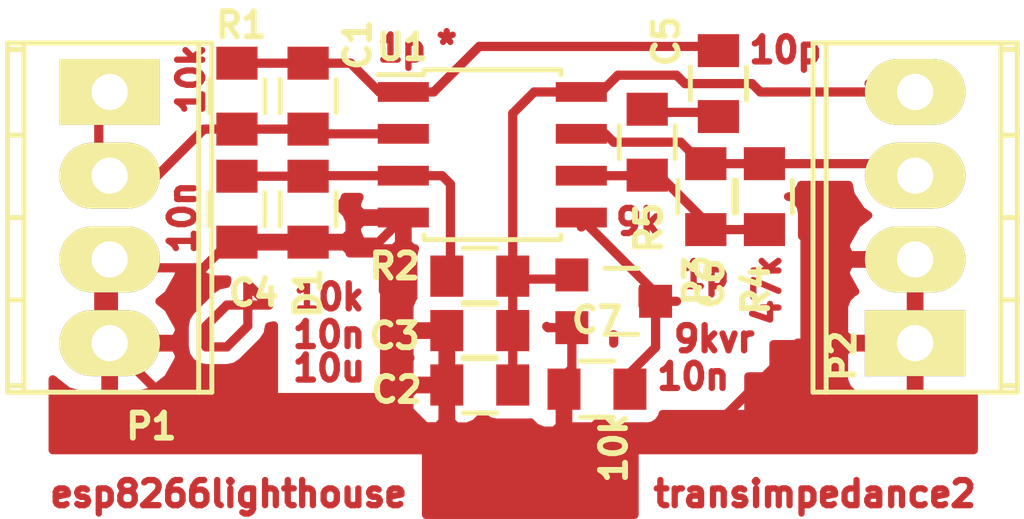
<source format=kicad_pcb>
(kicad_pcb (version 4) (host pcbnew 4.0.2+dfsg1-stable)

  (general
    (links 34)
    (no_connects 0)
    (area 35.839799 30.9245 67.487401 46.233442)
    (thickness 1.6)
    (drawings 15)
    (tracks 106)
    (zones 0)
    (modules 16)
    (nets 10)
  )

  (page User 134.62 134.62)
  (layers
    (0 F.Cu signal)
    (31 B.Cu signal)
    (32 B.Adhes user)
    (33 F.Adhes user)
    (34 B.Paste user)
    (35 F.Paste user)
    (36 B.SilkS user)
    (37 F.SilkS user)
    (38 B.Mask user)
    (39 F.Mask user)
    (40 Dwgs.User user)
    (41 Cmts.User user)
    (42 Eco1.User user)
    (43 Eco2.User user)
    (44 Edge.Cuts user)
    (45 Margin user)
    (46 B.CrtYd user)
    (47 F.CrtYd user)
    (48 B.Fab user)
    (49 F.Fab user)
  )

  (setup
    (last_trace_width 0.2794)
    (trace_clearance 0.2794)
    (zone_clearance 0.381)
    (zone_45_only no)
    (trace_min 0.2)
    (segment_width 0.2)
    (edge_width 0.15)
    (via_size 0.6)
    (via_drill 0.4)
    (via_min_size 0.4)
    (via_min_drill 0.3)
    (uvia_size 0.3)
    (uvia_drill 0.1)
    (uvias_allowed no)
    (uvia_min_size 0)
    (uvia_min_drill 0)
    (pcb_text_width 0.3)
    (pcb_text_size 0.762 0.762)
    (mod_edge_width 0.15)
    (mod_text_size 0.762 0.762)
    (mod_text_width 0.1778)
    (pad_size 1.99898 3.048)
    (pad_drill 1.09728)
    (pad_to_mask_clearance 0.2)
    (aux_axis_origin 0 0)
    (grid_origin 55.88 41.275)
    (visible_elements FFFFFF7F)
    (pcbplotparams
      (layerselection 0x00000_00000001)
      (usegerberextensions false)
      (excludeedgelayer false)
      (linewidth 0.100000)
      (plotframeref false)
      (viasonmask false)
      (mode 1)
      (useauxorigin false)
      (hpglpennumber 1)
      (hpglpenspeed 20)
      (hpglpendiameter 15)
      (hpglpenoverlay 2)
      (psnegative false)
      (psa4output false)
      (plotreference true)
      (plotvalue true)
      (plotinvisibletext false)
      (padsonsilk false)
      (subtractmaskfromsilk false)
      (outputformat 2)
      (mirror false)
      (drillshape 0)
      (scaleselection 1)
      (outputdirectory ""))
  )

  (net 0 "")
  (net 1 "Net-(C1-Pad1)")
  (net 2 "Net-(C1-Pad2)")
  (net 3 +3V3)
  (net 4 GND)
  (net 5 VG1)
  (net 6 "Net-(C5-Pad1)")
  (net 7 "Net-(C6-Pad1)")
  (net 8 "Net-(C6-Pad2)")
  (net 9 "Net-(C7-Pad2)")

  (net_class Default "This is the default net class."
    (clearance 0.2794)
    (trace_width 0.2794)
    (via_dia 0.6)
    (via_drill 0.4)
    (uvia_dia 0.3)
    (uvia_drill 0.1)
    (add_net +3V3)
    (add_net GND)
    (add_net "Net-(C1-Pad1)")
    (add_net "Net-(C1-Pad2)")
    (add_net "Net-(C5-Pad1)")
    (add_net "Net-(C6-Pad1)")
    (add_net "Net-(C6-Pad2)")
    (add_net "Net-(C7-Pad2)")
    (add_net VG1)
  )

  (module C_0805 (layer F.Cu) (tedit 58DE8A81) (tstamp 58E0B6B1)
    (at 45.466 34.163 270)
    (descr "Capacitor SMD 0805, reflow soldering, AVX (see smccp.pdf)")
    (tags "capacitor 0805")
    (path /58DD3BE8)
    (attr smd)
    (fp_text reference C1 (at -1.563 -1.504 270) (layer F.SilkS)
      (effects (font (size 0.762 0.762) (thickness 0.1778)))
    )
    (fp_text value .1p (at 0.00508 0.03048 270) (layer F.Fab)
      (effects (font (size 0.762 0.762) (thickness 0.1778)))
    )
    (fp_line (start -1.8 -1) (end 1.8 -1) (layer F.CrtYd) (width 0.05))
    (fp_line (start -1.8 1) (end 1.8 1) (layer F.CrtYd) (width 0.05))
    (fp_line (start -1.8 -1) (end -1.8 1) (layer F.CrtYd) (width 0.05))
    (fp_line (start 1.8 -1) (end 1.8 1) (layer F.CrtYd) (width 0.05))
    (fp_line (start 0.5 -0.85) (end -0.5 -0.85) (layer F.SilkS) (width 0.15))
    (fp_line (start -0.5 0.85) (end 0.5 0.85) (layer F.SilkS) (width 0.15))
    (pad 1 smd rect (at -1 0 270) (size 1 1.25) (layers F.Cu F.Paste F.Mask)
      (net 1 "Net-(C1-Pad1)"))
    (pad 2 smd rect (at 1 0 270) (size 1 1.25) (layers F.Cu F.Paste F.Mask)
      (net 2 "Net-(C1-Pad2)"))
    (model Capacitors_SMD.3dshapes/C_0805.wrl
      (at (xyz 0 0 0))
      (scale (xyz 1 1 1))
      (rotate (xyz 0 0 0))
    )
  )

  (module C_0805 (layer F.Cu) (tedit 58DE8A5F) (tstamp 58E0B6BD)
    (at 50.673 42.926 180)
    (descr "Capacitor SMD 0805, reflow soldering, AVX (see smccp.pdf)")
    (tags "capacitor 0805")
    (path /58DD4042)
    (attr smd)
    (fp_text reference C2 (at 2.525 -0.144 180) (layer F.SilkS)
      (effects (font (size 0.762 0.762) (thickness 0.1778)))
    )
    (fp_text value 10u (at 0 -0.02032 180) (layer F.Fab)
      (effects (font (size 0.762 0.762) (thickness 0.1778)))
    )
    (fp_line (start -1.8 -1) (end 1.8 -1) (layer F.CrtYd) (width 0.05))
    (fp_line (start -1.8 1) (end 1.8 1) (layer F.CrtYd) (width 0.05))
    (fp_line (start -1.8 -1) (end -1.8 1) (layer F.CrtYd) (width 0.05))
    (fp_line (start 1.8 -1) (end 1.8 1) (layer F.CrtYd) (width 0.05))
    (fp_line (start 0.5 -0.85) (end -0.5 -0.85) (layer F.SilkS) (width 0.15))
    (fp_line (start -0.5 0.85) (end 0.5 0.85) (layer F.SilkS) (width 0.15))
    (pad 1 smd rect (at -1 0 180) (size 1 1.25) (layers F.Cu F.Paste F.Mask)
      (net 3 +3V3))
    (pad 2 smd rect (at 1 0 180) (size 1 1.25) (layers F.Cu F.Paste F.Mask)
      (net 4 GND))
    (model Capacitors_SMD.3dshapes/C_0805.wrl
      (at (xyz 0 0 0))
      (scale (xyz 1 1 1))
      (rotate (xyz 0 0 0))
    )
  )

  (module C_0805 (layer F.Cu) (tedit 58DE8A65) (tstamp 58E0B6C9)
    (at 50.673 41.275 180)
    (descr "Capacitor SMD 0805, reflow soldering, AVX (see smccp.pdf)")
    (tags "capacitor 0805")
    (path /58DD40AE)
    (attr smd)
    (fp_text reference C3 (at 2.585 -0.162 180) (layer F.SilkS)
      (effects (font (size 0.762 0.762) (thickness 0.1778)))
    )
    (fp_text value 10n (at 0.12192 0.02032 180) (layer F.Fab)
      (effects (font (size 0.762 0.762) (thickness 0.1778)))
    )
    (fp_line (start -1.8 -1) (end 1.8 -1) (layer F.CrtYd) (width 0.05))
    (fp_line (start -1.8 1) (end 1.8 1) (layer F.CrtYd) (width 0.05))
    (fp_line (start -1.8 -1) (end -1.8 1) (layer F.CrtYd) (width 0.05))
    (fp_line (start 1.8 -1) (end 1.8 1) (layer F.CrtYd) (width 0.05))
    (fp_line (start 0.5 -0.85) (end -0.5 -0.85) (layer F.SilkS) (width 0.15))
    (fp_line (start -0.5 0.85) (end 0.5 0.85) (layer F.SilkS) (width 0.15))
    (pad 1 smd rect (at -1 0 180) (size 1 1.25) (layers F.Cu F.Paste F.Mask)
      (net 3 +3V3))
    (pad 2 smd rect (at 1 0 180) (size 1 1.25) (layers F.Cu F.Paste F.Mask)
      (net 4 GND))
    (model Capacitors_SMD.3dshapes/C_0805.wrl
      (at (xyz 0 0 0))
      (scale (xyz 1 1 1))
      (rotate (xyz 0 0 0))
    )
  )

  (module TerminalBlock_Pheonix_MPT-2.54mm_4pol (layer F.Cu) (tedit 58DD6B3A) (tstamp 58E0B6F8)
    (at 39.4462 34.036 270)
    (descr "4-way 2.54mm pitch terminal block, Phoenix MPT series")
    (path /58DD428A)
    (fp_text reference P1 (at 10.14476 -1.26492 540) (layer F.SilkS)
      (effects (font (size 0.762 0.762) (thickness 0.1778)))
    )
    (fp_text value CONN_01X04 (at 5.31876 0.18288 270) (layer F.Fab)
      (effects (font (size 0.762 0.762) (thickness 0.1778)))
    )
    (fp_line (start -1.778 -3.302) (end 9.398 -3.302) (layer F.CrtYd) (width 0.05))
    (fp_line (start -1.778 3.302) (end -1.778 -3.302) (layer F.CrtYd) (width 0.05))
    (fp_line (start 9.398 3.302) (end -1.778 3.302) (layer F.CrtYd) (width 0.05))
    (fp_line (start 9.398 -3.302) (end 9.398 3.302) (layer F.CrtYd) (width 0.05))
    (fp_line (start 9.11098 -3.0988) (end -1.49098 -3.0988) (layer F.SilkS) (width 0.15))
    (fp_line (start -1.49098 -2.70002) (end 9.11098 -2.70002) (layer F.SilkS) (width 0.15))
    (fp_line (start -1.49098 2.60096) (end 9.11098 2.60096) (layer F.SilkS) (width 0.15))
    (fp_line (start 9.11098 3.0988) (end -1.49098 3.0988) (layer F.SilkS) (width 0.15))
    (fp_line (start 6.30682 2.60096) (end 6.30682 3.0988) (layer F.SilkS) (width 0.15))
    (fp_line (start 3.81 2.60096) (end 3.81 3.0988) (layer F.SilkS) (width 0.15))
    (fp_line (start -1.28778 3.0988) (end -1.28778 2.60096) (layer F.SilkS) (width 0.15))
    (fp_line (start 8.91032 2.60096) (end 8.91032 3.0988) (layer F.SilkS) (width 0.15))
    (fp_line (start 1.31318 3.0988) (end 1.31318 2.60096) (layer F.SilkS) (width 0.15))
    (fp_line (start 9.10844 3.0988) (end 9.10844 -3.0988) (layer F.SilkS) (width 0.15))
    (fp_line (start -1.4859 -3.0988) (end -1.4859 3.0988) (layer F.SilkS) (width 0.15))
    (pad 4 thru_hole oval (at 7.62 0 90) (size 1.99898 3.048) (drill 1.09728) (layers *.Cu *.Mask F.SilkS)
      (net 4 GND))
    (pad 1 thru_hole rect (at 0 0 90) (size 1.99898 3.048) (drill 1.09728) (layers *.Cu *.Mask F.SilkS)
      (net 2 "Net-(C1-Pad2)"))
    (pad 2 thru_hole oval (at 2.54 0 90) (size 1.99898 3.048) (drill 1.09728) (layers *.Cu *.Mask F.SilkS)
      (net 2 "Net-(C1-Pad2)"))
    (pad 3 thru_hole oval (at 5.08 0 90) (size 1.99898 3.048) (drill 1.09728) (layers *.Cu *.Mask F.SilkS)
      (net 4 GND))
    (model Terminal_Blocks.3dshapes/TerminalBlock_Pheonix_MPT-2.54mm_4pol.wrl
      (at (xyz 0.15 0 0))
      (scale (xyz 1 1 1))
      (rotate (xyz 0 0 0))
    )
  )

  (module TerminalBlock_Pheonix_MPT-2.54mm_4pol (layer F.Cu) (tedit 58DE8A6A) (tstamp 58E0B70F)
    (at 63.881 41.656 90)
    (descr "4-way 2.54mm pitch terminal block, Phoenix MPT series")
    (path /58DD50F7)
    (fp_text reference P2 (at -0.384 -2.208 90) (layer F.SilkS)
      (effects (font (size 0.762 0.762) (thickness 0.1778)))
    )
    (fp_text value CONN_01X04 (at 4.2418 0.03556 90) (layer F.Fab)
      (effects (font (size 0.762 0.762) (thickness 0.1778)))
    )
    (fp_line (start -1.778 -3.302) (end 9.398 -3.302) (layer F.CrtYd) (width 0.05))
    (fp_line (start -1.778 3.302) (end -1.778 -3.302) (layer F.CrtYd) (width 0.05))
    (fp_line (start 9.398 3.302) (end -1.778 3.302) (layer F.CrtYd) (width 0.05))
    (fp_line (start 9.398 -3.302) (end 9.398 3.302) (layer F.CrtYd) (width 0.05))
    (fp_line (start 9.11098 -3.0988) (end -1.49098 -3.0988) (layer F.SilkS) (width 0.15))
    (fp_line (start -1.49098 -2.70002) (end 9.11098 -2.70002) (layer F.SilkS) (width 0.15))
    (fp_line (start -1.49098 2.60096) (end 9.11098 2.60096) (layer F.SilkS) (width 0.15))
    (fp_line (start 9.11098 3.0988) (end -1.49098 3.0988) (layer F.SilkS) (width 0.15))
    (fp_line (start 6.30682 2.60096) (end 6.30682 3.0988) (layer F.SilkS) (width 0.15))
    (fp_line (start 3.81 2.60096) (end 3.81 3.0988) (layer F.SilkS) (width 0.15))
    (fp_line (start -1.28778 3.0988) (end -1.28778 2.60096) (layer F.SilkS) (width 0.15))
    (fp_line (start 8.91032 2.60096) (end 8.91032 3.0988) (layer F.SilkS) (width 0.15))
    (fp_line (start 1.31318 3.0988) (end 1.31318 2.60096) (layer F.SilkS) (width 0.15))
    (fp_line (start 9.10844 3.0988) (end 9.10844 -3.0988) (layer F.SilkS) (width 0.15))
    (fp_line (start -1.4859 -3.0988) (end -1.4859 3.0988) (layer F.SilkS) (width 0.15))
    (pad 4 thru_hole oval (at 7.62 0 270) (size 1.99898 3.048) (drill 1.09728) (layers *.Cu *.Mask F.SilkS)
      (net 3 +3V3))
    (pad 1 thru_hole rect (at 0 0 270) (size 1.99898 3.048) (drill 1.09728) (layers *.Cu *.Mask F.SilkS)
      (net 4 GND))
    (pad 2 thru_hole oval (at 2.54 0 270) (size 1.99898 3.048) (drill 1.09728) (layers *.Cu *.Mask F.SilkS)
      (net 4 GND))
    (pad 3 thru_hole oval (at 5.08 0 270) (size 1.99898 3.048) (drill 1.09728) (layers *.Cu *.Mask F.SilkS)
      (net 7 "Net-(C6-Pad1)"))
    (model Terminal_Blocks.3dshapes/TerminalBlock_Pheonix_MPT-2.54mm_4pol.wrl
      (at (xyz 0.15 0 0))
      (scale (xyz 1 1 1))
      (rotate (xyz 0 0 0))
    )
  )

  (module C_0805 (layer F.Cu) (tedit 58DE9362) (tstamp 58E0B71B)
    (at 43.307 34.163 270)
    (descr "Capacitor SMD 0805, reflow soldering, AVX (see smccp.pdf)")
    (tags "capacitor 0805")
    (path /58DD3BB5)
    (attr smd)
    (fp_text reference R1 (at -2.159 -0.127 360) (layer F.SilkS)
      (effects (font (size 0.762 0.762) (thickness 0.1778)))
    )
    (fp_text value 22k (at -0.15748 0.10668 270) (layer F.Fab)
      (effects (font (size 0.762 0.762) (thickness 0.1778)))
    )
    (fp_line (start -1.8 -1) (end 1.8 -1) (layer F.CrtYd) (width 0.05))
    (fp_line (start -1.8 1) (end 1.8 1) (layer F.CrtYd) (width 0.05))
    (fp_line (start -1.8 -1) (end -1.8 1) (layer F.CrtYd) (width 0.05))
    (fp_line (start 1.8 -1) (end 1.8 1) (layer F.CrtYd) (width 0.05))
    (fp_line (start 0.5 -0.85) (end -0.5 -0.85) (layer F.SilkS) (width 0.15))
    (fp_line (start -0.5 0.85) (end 0.5 0.85) (layer F.SilkS) (width 0.15))
    (pad 1 smd rect (at -1 0 270) (size 1 1.25) (layers F.Cu F.Paste F.Mask)
      (net 1 "Net-(C1-Pad1)"))
    (pad 2 smd rect (at 1 0 270) (size 1 1.25) (layers F.Cu F.Paste F.Mask)
      (net 2 "Net-(C1-Pad2)"))
    (model Capacitors_SMD.3dshapes/C_0805.wrl
      (at (xyz 0 0 0))
      (scale (xyz 1 1 1))
      (rotate (xyz 0 0 0))
    )
  )

  (module C_0805 (layer F.Cu) (tedit 58DE8A58) (tstamp 58E0B727)
    (at 50.673 39.624 180)
    (descr "Capacitor SMD 0805, reflow soldering, AVX (see smccp.pdf)")
    (tags "capacitor 0805")
    (path /58DD3F94)
    (attr smd)
    (fp_text reference R2 (at 2.583 0.302 180) (layer F.SilkS)
      (effects (font (size 0.762 0.762) (thickness 0.1778)))
    )
    (fp_text value 10k (at 0.01016 0.10668 180) (layer F.Fab)
      (effects (font (size 0.762 0.762) (thickness 0.1778)))
    )
    (fp_line (start -1.8 -1) (end 1.8 -1) (layer F.CrtYd) (width 0.05))
    (fp_line (start -1.8 1) (end 1.8 1) (layer F.CrtYd) (width 0.05))
    (fp_line (start -1.8 -1) (end -1.8 1) (layer F.CrtYd) (width 0.05))
    (fp_line (start 1.8 -1) (end 1.8 1) (layer F.CrtYd) (width 0.05))
    (fp_line (start 0.5 -0.85) (end -0.5 -0.85) (layer F.SilkS) (width 0.15))
    (fp_line (start -0.5 0.85) (end 0.5 0.85) (layer F.SilkS) (width 0.15))
    (pad 1 smd rect (at -1 0 180) (size 1 1.25) (layers F.Cu F.Paste F.Mask)
      (net 3 +3V3))
    (pad 2 smd rect (at 1 0 180) (size 1 1.25) (layers F.Cu F.Paste F.Mask)
      (net 5 VG1))
    (model Capacitors_SMD.3dshapes/C_0805.wrl
      (at (xyz 0 0 0))
      (scale (xyz 1 1 1))
      (rotate (xyz 0 0 0))
    )
  )

  (module SOIC-8_3.9x4.9mm_Pitch1.27mm (layer F.Cu) (tedit 58DE8A84) (tstamp 58E0B76E)
    (at 51.054 35.941)
    (descr "8-Lead Plastic Small Outline (SN) - Narrow, 3.90 mm Body [SOIC] (see Microchip Packaging Specification 00000049BS.pdf)")
    (tags "SOIC 1.27")
    (path /58DD3B39)
    (attr smd)
    (fp_text reference U1 (at -2.724 -3.271) (layer F.SilkS)
      (effects (font (size 0.762 0.762) (thickness 0.1778)))
    )
    (fp_text value DUALOPAMP (at -0.31496 1.27508) (layer F.Fab)
      (effects (font (size 0.762 0.762) (thickness 0.1778)))
    )
    (fp_line (start -3.75 -2.75) (end -3.75 2.75) (layer F.CrtYd) (width 0.05))
    (fp_line (start 3.75 -2.75) (end 3.75 2.75) (layer F.CrtYd) (width 0.05))
    (fp_line (start -3.75 -2.75) (end 3.75 -2.75) (layer F.CrtYd) (width 0.05))
    (fp_line (start -3.75 2.75) (end 3.75 2.75) (layer F.CrtYd) (width 0.05))
    (fp_line (start -2.075 -2.575) (end -2.075 -2.43) (layer F.SilkS) (width 0.15))
    (fp_line (start 2.075 -2.575) (end 2.075 -2.43) (layer F.SilkS) (width 0.15))
    (fp_line (start 2.075 2.575) (end 2.075 2.43) (layer F.SilkS) (width 0.15))
    (fp_line (start -2.075 2.575) (end -2.075 2.43) (layer F.SilkS) (width 0.15))
    (fp_line (start -2.075 -2.575) (end 2.075 -2.575) (layer F.SilkS) (width 0.15))
    (fp_line (start -2.075 2.575) (end 2.075 2.575) (layer F.SilkS) (width 0.15))
    (fp_line (start -2.075 -2.43) (end -3.475 -2.43) (layer F.SilkS) (width 0.15))
    (pad 1 smd rect (at -2.7 -1.905) (size 1.55 0.6) (layers F.Cu F.Paste F.Mask)
      (net 1 "Net-(C1-Pad1)"))
    (pad 2 smd rect (at -2.7 -0.635) (size 1.55 0.6) (layers F.Cu F.Paste F.Mask)
      (net 2 "Net-(C1-Pad2)"))
    (pad 3 smd rect (at -2.7 0.635) (size 1.55 0.6) (layers F.Cu F.Paste F.Mask)
      (net 5 VG1))
    (pad 4 smd rect (at -2.7 1.905) (size 1.55 0.6) (layers F.Cu F.Paste F.Mask)
      (net 4 GND))
    (pad 5 smd rect (at 2.7 1.905) (size 1.55 0.6) (layers F.Cu F.Paste F.Mask)
      (net 9 "Net-(C7-Pad2)"))
    (pad 6 smd rect (at 2.7 0.635) (size 1.55 0.6) (layers F.Cu F.Paste F.Mask)
      (net 8 "Net-(C6-Pad2)"))
    (pad 7 smd rect (at 2.7 -0.635) (size 1.55 0.6) (layers F.Cu F.Paste F.Mask)
      (net 7 "Net-(C6-Pad1)"))
    (pad 8 smd rect (at 2.7 -1.905) (size 1.55 0.6) (layers F.Cu F.Paste F.Mask)
      (net 3 +3V3))
    (model Housings_SOIC.3dshapes/SOIC-8_3.9x4.9mm_Pitch1.27mm.wrl
      (at (xyz 0 0 0))
      (scale (xyz 1 1 1))
      (rotate (xyz 0 0 0))
    )
  )

  (module C_0805 (layer F.Cu) (tedit 58DD5BC8) (tstamp 58E0B7E8)
    (at 45.466 37.592 90)
    (descr "Capacitor SMD 0805, reflow soldering, AVX (see smccp.pdf)")
    (tags "capacitor 0805")
    (path /58DD3E79)
    (attr smd)
    (fp_text reference D1 (at -2.54 0 90) (layer F.SilkS)
      (effects (font (size 0.762 0.762) (thickness 0.1778)))
    )
    (fp_text value BLUE (at -0.22352 -0.17272 90) (layer F.Fab)
      (effects (font (size 0.762 0.762) (thickness 0.1778)))
    )
    (fp_line (start -1.8 -1) (end 1.8 -1) (layer F.CrtYd) (width 0.05))
    (fp_line (start -1.8 1) (end 1.8 1) (layer F.CrtYd) (width 0.05))
    (fp_line (start -1.8 -1) (end -1.8 1) (layer F.CrtYd) (width 0.05))
    (fp_line (start 1.8 -1) (end 1.8 1) (layer F.CrtYd) (width 0.05))
    (fp_line (start 0.5 -0.85) (end -0.5 -0.85) (layer F.SilkS) (width 0.15))
    (fp_line (start -0.5 0.85) (end 0.5 0.85) (layer F.SilkS) (width 0.15))
    (pad 1 smd rect (at -1 0 90) (size 1 1.25) (layers F.Cu F.Paste F.Mask)
      (net 4 GND))
    (pad 2 smd rect (at 1 0 90) (size 1 1.25) (layers F.Cu F.Paste F.Mask)
      (net 5 VG1))
    (model Capacitors_SMD.3dshapes/C_0805.wrl
      (at (xyz 0 0 0))
      (scale (xyz 1 1 1))
      (rotate (xyz 0 0 0))
    )
  )

  (module C_0805 (layer F.Cu) (tedit 58DE9365) (tstamp 58DE85CD)
    (at 43.307 37.592 270)
    (descr "Capacitor SMD 0805, reflow soldering, AVX (see smccp.pdf)")
    (tags "capacitor 0805")
    (path /58DE8341)
    (attr smd)
    (fp_text reference C4 (at 2.54 -0.508 360) (layer F.SilkS)
      (effects (font (size 0.762 0.762) (thickness 0.1778)))
    )
    (fp_text value 10n (at -0.078 0.267 270) (layer F.Fab)
      (effects (font (size 0.762 0.762) (thickness 0.1778)))
    )
    (fp_line (start -1.8 -1) (end 1.8 -1) (layer F.CrtYd) (width 0.05))
    (fp_line (start -1.8 1) (end 1.8 1) (layer F.CrtYd) (width 0.05))
    (fp_line (start -1.8 -1) (end -1.8 1) (layer F.CrtYd) (width 0.05))
    (fp_line (start 1.8 -1) (end 1.8 1) (layer F.CrtYd) (width 0.05))
    (fp_line (start 0.5 -0.85) (end -0.5 -0.85) (layer F.SilkS) (width 0.15))
    (fp_line (start -0.5 0.85) (end 0.5 0.85) (layer F.SilkS) (width 0.15))
    (pad 1 smd rect (at -1 0 270) (size 1 1.25) (layers F.Cu F.Paste F.Mask)
      (net 5 VG1))
    (pad 2 smd rect (at 1 0 270) (size 1 1.25) (layers F.Cu F.Paste F.Mask)
      (net 4 GND))
    (model Capacitors_SMD.3dshapes/C_0805.wrl
      (at (xyz 0 0 0))
      (scale (xyz 1 1 1))
      (rotate (xyz 0 0 0))
    )
  )

  (module C_0805 (layer F.Cu) (tedit 58DE8A73) (tstamp 58DE85D9)
    (at 57.912 33.782 90)
    (descr "Capacitor SMD 0805, reflow soldering, AVX (see smccp.pdf)")
    (tags "capacitor 0805")
    (path /58DE727D)
    (attr smd)
    (fp_text reference C5 (at 1.285 -1.582 90) (layer F.SilkS)
      (effects (font (size 0.762 0.762) (thickness 0.1778)))
    )
    (fp_text value 10p (at 0 2.1 90) (layer F.Fab)
      (effects (font (size 0.762 0.762) (thickness 0.1778)))
    )
    (fp_line (start -1.8 -1) (end 1.8 -1) (layer F.CrtYd) (width 0.05))
    (fp_line (start -1.8 1) (end 1.8 1) (layer F.CrtYd) (width 0.05))
    (fp_line (start -1.8 -1) (end -1.8 1) (layer F.CrtYd) (width 0.05))
    (fp_line (start 1.8 -1) (end 1.8 1) (layer F.CrtYd) (width 0.05))
    (fp_line (start 0.5 -0.85) (end -0.5 -0.85) (layer F.SilkS) (width 0.15))
    (fp_line (start -0.5 0.85) (end 0.5 0.85) (layer F.SilkS) (width 0.15))
    (pad 1 smd rect (at -1 0 90) (size 1 1.25) (layers F.Cu F.Paste F.Mask)
      (net 6 "Net-(C5-Pad1)"))
    (pad 2 smd rect (at 1 0 90) (size 1 1.25) (layers F.Cu F.Paste F.Mask)
      (net 1 "Net-(C1-Pad1)"))
    (model Capacitors_SMD.3dshapes/C_0805.wrl
      (at (xyz 0 0 0))
      (scale (xyz 1 1 1))
      (rotate (xyz 0 0 0))
    )
  )

  (module C_0805 (layer F.Cu) (tedit 58DE8A6F) (tstamp 58DE85E5)
    (at 57.531 37.211 270)
    (descr "Capacitor SMD 0805, reflow soldering, AVX (see smccp.pdf)")
    (tags "capacitor 0805")
    (path /58DE952B)
    (attr smd)
    (fp_text reference C6 (at 2.639 -0.139 270) (layer F.SilkS)
      (effects (font (size 0.762 0.762) (thickness 0.1778)))
    )
    (fp_text value 1p (at 0 -0.127 270) (layer F.Fab)
      (effects (font (size 0.762 0.762) (thickness 0.1778)))
    )
    (fp_line (start -1.8 -1) (end 1.8 -1) (layer F.CrtYd) (width 0.05))
    (fp_line (start -1.8 1) (end 1.8 1) (layer F.CrtYd) (width 0.05))
    (fp_line (start -1.8 -1) (end -1.8 1) (layer F.CrtYd) (width 0.05))
    (fp_line (start 1.8 -1) (end 1.8 1) (layer F.CrtYd) (width 0.05))
    (fp_line (start 0.5 -0.85) (end -0.5 -0.85) (layer F.SilkS) (width 0.15))
    (fp_line (start -0.5 0.85) (end 0.5 0.85) (layer F.SilkS) (width 0.15))
    (pad 1 smd rect (at -1 0 270) (size 1 1.25) (layers F.Cu F.Paste F.Mask)
      (net 7 "Net-(C6-Pad1)"))
    (pad 2 smd rect (at 1 0 270) (size 1 1.25) (layers F.Cu F.Paste F.Mask)
      (net 8 "Net-(C6-Pad2)"))
    (model Capacitors_SMD.3dshapes/C_0805.wrl
      (at (xyz 0 0 0))
      (scale (xyz 1 1 1))
      (rotate (xyz 0 0 0))
    )
  )

  (module C_0805 (layer F.Cu) (tedit 58DE8A6D) (tstamp 58DE85FD)
    (at 59.309 37.211 270)
    (descr "Capacitor SMD 0805, reflow soldering, AVX (see smccp.pdf)")
    (tags "capacitor 0805")
    (path /58DE7301)
    (attr smd)
    (fp_text reference R4 (at 2.819 0.259 270) (layer F.SilkS)
      (effects (font (size 0.762 0.762) (thickness 0.1778)))
    )
    (fp_text value 47k (at 0 -0.254 270) (layer F.Fab)
      (effects (font (size 0.762 0.762) (thickness 0.1778)))
    )
    (fp_line (start -1.8 -1) (end 1.8 -1) (layer F.CrtYd) (width 0.05))
    (fp_line (start -1.8 1) (end 1.8 1) (layer F.CrtYd) (width 0.05))
    (fp_line (start -1.8 -1) (end -1.8 1) (layer F.CrtYd) (width 0.05))
    (fp_line (start 1.8 -1) (end 1.8 1) (layer F.CrtYd) (width 0.05))
    (fp_line (start 0.5 -0.85) (end -0.5 -0.85) (layer F.SilkS) (width 0.15))
    (fp_line (start -0.5 0.85) (end 0.5 0.85) (layer F.SilkS) (width 0.15))
    (pad 1 smd rect (at -1 0 270) (size 1 1.25) (layers F.Cu F.Paste F.Mask)
      (net 7 "Net-(C6-Pad1)"))
    (pad 2 smd rect (at 1 0 270) (size 1 1.25) (layers F.Cu F.Paste F.Mask)
      (net 8 "Net-(C6-Pad2)"))
    (model Capacitors_SMD.3dshapes/C_0805.wrl
      (at (xyz 0 0 0))
      (scale (xyz 1 1 1))
      (rotate (xyz 0 0 0))
    )
  )

  (module C_0805 (layer F.Cu) (tedit 58DE8A76) (tstamp 58DE8609)
    (at 55.753 35.56 90)
    (descr "Capacitor SMD 0805, reflow soldering, AVX (see smccp.pdf)")
    (tags "capacitor 0805")
    (path /58DE73EA)
    (attr smd)
    (fp_text reference R5 (at -2.6 0.047 90) (layer F.SilkS)
      (effects (font (size 0.762 0.762) (thickness 0.1778)))
    )
    (fp_text value 10k (at 0.127 0 90) (layer F.Fab)
      (effects (font (size 0.762 0.762) (thickness 0.1778)))
    )
    (fp_line (start -1.8 -1) (end 1.8 -1) (layer F.CrtYd) (width 0.05))
    (fp_line (start -1.8 1) (end 1.8 1) (layer F.CrtYd) (width 0.05))
    (fp_line (start -1.8 -1) (end -1.8 1) (layer F.CrtYd) (width 0.05))
    (fp_line (start 1.8 -1) (end 1.8 1) (layer F.CrtYd) (width 0.05))
    (fp_line (start 0.5 -0.85) (end -0.5 -0.85) (layer F.SilkS) (width 0.15))
    (fp_line (start -0.5 0.85) (end 0.5 0.85) (layer F.SilkS) (width 0.15))
    (pad 1 smd rect (at -1 0 90) (size 1 1.25) (layers F.Cu F.Paste F.Mask)
      (net 8 "Net-(C6-Pad2)"))
    (pad 2 smd rect (at 1 0 90) (size 1 1.25) (layers F.Cu F.Paste F.Mask)
      (net 6 "Net-(C5-Pad1)"))
    (model Capacitors_SMD.3dshapes/C_0805.wrl
      (at (xyz 0 0 0))
      (scale (xyz 1 1 1))
      (rotate (xyz 0 0 0))
    )
  )

  (module C_0805 (layer F.Cu) (tedit 5415D6EA) (tstamp 58DE9222)
    (at 54.229 43.053)
    (descr "Capacitor SMD 0805, reflow soldering, AVX (see smccp.pdf)")
    (tags "capacitor 0805")
    (path /58DE9469)
    (attr smd)
    (fp_text reference C7 (at 0 -2.1) (layer F.SilkS)
      (effects (font (size 0.762 0.762) (thickness 0.1778)))
    )
    (fp_text value 10n (at 0 2.1) (layer F.Fab)
      (effects (font (size 0.762 0.762) (thickness 0.1778)))
    )
    (fp_line (start -1.8 -1) (end 1.8 -1) (layer F.CrtYd) (width 0.05))
    (fp_line (start -1.8 1) (end 1.8 1) (layer F.CrtYd) (width 0.05))
    (fp_line (start -1.8 -1) (end -1.8 1) (layer F.CrtYd) (width 0.05))
    (fp_line (start 1.8 -1) (end 1.8 1) (layer F.CrtYd) (width 0.05))
    (fp_line (start 0.5 -0.85) (end -0.5 -0.85) (layer F.SilkS) (width 0.15))
    (fp_line (start -0.5 0.85) (end 0.5 0.85) (layer F.SilkS) (width 0.15))
    (pad 1 smd rect (at -1 0) (size 1 1.25) (layers F.Cu F.Paste F.Mask)
      (net 4 GND))
    (pad 2 smd rect (at 1 0) (size 1 1.25) (layers F.Cu F.Paste F.Mask)
      (net 9 "Net-(C7-Pad2)"))
    (model Capacitors_SMD.3dshapes/C_0805.wrl
      (at (xyz 0 0 0))
      (scale (xyz 1 1 1))
      (rotate (xyz 0 0 0))
    )
  )

  (module TRIMMER-PVZ2A (layer F.Cu) (tedit 0) (tstamp 58E04AAB)
    (at 53.467 40.386 270)
    (path /58DE92DB)
    (fp_text reference P3 (at -0.635 -3.81 270) (layer F.SilkS)
      (effects (font (size 0.762 0.762) (thickness 0.1778)))
    )
    (fp_text value 10k (at 4.445 -1.27 270) (layer F.SilkS)
      (effects (font (size 0.762 0.762) (thickness 0.1778)))
    )
    (fp_line (start 1 -2) (end 1 -1) (layer F.SilkS) (width 0.15))
    (fp_line (start -1 -1) (end -1 -2) (layer F.SilkS) (width 0.15))
    (pad 1 smd rect (at -0.8 0 270) (size 1 1) (layers F.Cu F.Paste F.Mask)
      (net 3 +3V3))
    (pad 2 smd rect (at 0 -2.54 270) (size 1 1) (layers F.Cu F.Paste F.Mask)
      (net 9 "Net-(C7-Pad2)"))
    (pad 3 smd rect (at 0.8 0 270) (size 1 1) (layers F.Cu F.Paste F.Mask)
      (net 4 GND))
  )

  (gr_text 9kvr (at 57.785 41.529) (layer F.Cu)
    (effects (font (size 0.762 0.762) (thickness 0.1905)))
  )
  (gr_text 10n (at 57.15 42.672) (layer F.Cu)
    (effects (font (size 0.762 0.762) (thickness 0.1905)))
  )
  (gr_text 47k (at 59.39 40.05 90) (layer F.Cu)
    (effects (font (size 0.762 0.762) (thickness 0.1905)))
  )
  (gr_text 9k (at 55.499 37.973) (layer F.Cu)
    (effects (font (size 0.762 0.762) (thickness 0.1905)))
  )
  (gr_text 1p (at 57.5056 39.58336) (layer F.Cu)
    (effects (font (size 0.762 0.762) (thickness 0.1905)))
  )
  (gr_text 10n (at 41.656 37.846 90) (layer F.Cu)
    (effects (font (size 0.762 0.762) (thickness 0.1905)))
  )
  (gr_text esp8266lighthouse (at 43.053 46.228) (layer F.Cu)
    (effects (font (size 0.762 0.762) (thickness 0.1905)))
  )
  (gr_text transimpedance2 (at 60.833 46.228) (layer F.Cu)
    (effects (font (size 0.762 0.762) (thickness 0.1905)))
  )
  (gr_text 10p (at 59.944 32.766) (layer F.Cu)
    (effects (font (size 0.762 0.762) (thickness 0.1905)))
  )
  (gr_text * (at 49.67 32.61) (layer F.Cu)
    (effects (font (size 0.762 0.762) (thickness 0.1905)))
  )
  (gr_text 10k (at 46.101 40.259) (layer F.Cu)
    (effects (font (size 0.762 0.762) (thickness 0.1905)))
  )
  (gr_text 10u (at 46.101 42.418) (layer F.Cu)
    (effects (font (size 0.762 0.762) (thickness 0.1905)))
  )
  (gr_text 10n (at 46.101 41.402) (layer F.Cu)
    (effects (font (size 0.762 0.762) (thickness 0.1905)))
  )
  (gr_text 1p (at 48.31 32.71) (layer F.Cu)
    (effects (font (size 0.762 0.762) (thickness 0.1905)))
  )
  (gr_text 10k (at 41.91 33.655 90) (layer F.Cu)
    (effects (font (size 0.762 0.762) (thickness 0.1905)))
  )

  (segment (start 54.737 41.656) (end 54.737 41.402) (width 0.2794) (layer F.Cu) (net 0))
  (segment (start 42.3672 41.7703) (end 42.3672 41.1353) (width 0.2794) (layer F.Cu) (net 0))
  (segment (start 43.0022 41.7703) (end 42.3672 41.7703) (width 0.2794) (layer F.Cu) (net 0) (tstamp 58E0BF61))
  (segment (start 43.6372 41.1353) (end 43.0022 41.7703) (width 0.2794) (layer F.Cu) (net 0) (tstamp 58E0BF60))
  (segment (start 43.6372 40.5003) (end 43.6372 41.1353) (width 0.2794) (layer F.Cu) (net 0) (tstamp 58E0BF5F))
  (segment (start 43.0022 40.5003) (end 43.6372 40.5003) (width 0.2794) (layer F.Cu) (net 0) (tstamp 58E0BF5B))
  (segment (start 42.3672 41.1353) (end 43.0022 40.5003) (width 0.2794) (layer F.Cu) (net 0) (tstamp 58E0BF5A))
  (segment (start 43.6372 40.5003) (end 43.6372 39.8653) (width 0.2794) (layer F.Cu) (net 0) (tstamp 58E0BF5C))
  (segment (start 43.6372 39.8653) (end 44.2722 40.5003) (width 0.2794) (layer F.Cu) (net 0) (tstamp 58E0BF5D))
  (segment (start 44.2722 40.5003) (end 43.6372 40.5003) (width 0.2794) (layer F.Cu) (net 0) (tstamp 58E0BF5E))
  (segment (start 57.912 32.655) (end 50.657 32.655) (width 0.2794) (layer F.Cu) (net 1))
  (segment (start 49.276 34.036) (end 48.354 34.036) (width 0.2794) (layer F.Cu) (net 1) (tstamp 58DE881D))
  (segment (start 50.657 32.655) (end 49.276 34.036) (width 0.2794) (layer F.Cu) (net 1) (tstamp 58DE8819))
  (segment (start 45.466 33.163) (end 43.307 33.163) (width 0.2794) (layer F.Cu) (net 1))
  (segment (start 48.354 34.036) (end 47.625 34.036) (width 0.2794) (layer F.Cu) (net 1))
  (segment (start 47.625 34.036) (end 46.752 33.163) (width 0.2794) (layer F.Cu) (net 1) (tstamp 58E0BA34))
  (segment (start 46.752 33.163) (end 45.466 33.163) (width 0.2794) (layer F.Cu) (net 1) (tstamp 58E0BA35))
  (segment (start 42.307 35.163) (end 43.307 35.163) (width 0.2794) (layer F.Cu) (net 2) (tstamp 58E0BCDE))
  (segment (start 45.466 35.163) (end 43.307 35.163) (width 0.2794) (layer F.Cu) (net 2))
  (segment (start 48.354 35.306) (end 45.609 35.306) (width 0.2794) (layer F.Cu) (net 2))
  (segment (start 45.609 35.306) (end 45.466 35.163) (width 0.2794) (layer F.Cu) (net 2) (tstamp 58E0BA2F))
  (segment (start 39.116 36.703) (end 40.767 36.703) (width 0.2794) (layer F.Cu) (net 2))
  (segment (start 40.767 36.703) (end 42.307 35.163) (width 0.2794) (layer F.Cu) (net 2) (tstamp 58E0BCDC))
  (segment (start 39.116 36.703) (end 39.116 34.163) (width 0.2794) (layer F.Cu) (net 2))
  (segment (start 53.086 39.713) (end 51.762 39.713) (width 0.2794) (layer F.Cu) (net 3))
  (segment (start 51.762 39.713) (end 51.673 39.624) (width 0.2794) (layer F.Cu) (net 3) (tstamp 58E04C43))
  (segment (start 52.324 34.036) (end 53.754 34.036) (width 0.2794) (layer F.Cu) (net 3) (tstamp 58E04BE4))
  (segment (start 56.896 33.782) (end 58.928 33.782) (width 0.2794) (layer F.Cu) (net 3))
  (segment (start 54.356 34.036) (end 54.864 33.528) (width 0.2794) (layer F.Cu) (net 3) (tstamp 58DE8ED9))
  (segment (start 56.642 33.528) (end 54.864 33.528) (width 0.2794) (layer F.Cu) (net 3) (tstamp 58DE8ED8))
  (segment (start 56.896 33.782) (end 56.642 33.528) (width 0.2794) (layer F.Cu) (net 3) (tstamp 58DE8ED7))
  (segment (start 59.182 34.036) (end 62.738 34.036) (width 0.2794) (layer F.Cu) (net 3) (tstamp 58DE8EE5))
  (segment (start 58.928 33.782) (end 59.182 34.036) (width 0.2794) (layer F.Cu) (net 3) (tstamp 58DE8EE3))
  (segment (start 62.738 34.036) (end 62.484 33.782) (width 0.2794) (layer F.Cu) (net 3))
  (segment (start 54.356 34.036) (end 53.754 34.036) (width 0.2794) (layer F.Cu) (net 3) (tstamp 58DE8EDA))
  (segment (start 54.229 34.036) (end 53.754 34.036) (width 0.2794) (layer F.Cu) (net 3) (tstamp 58DE8850))
  (segment (start 53.754 34.036) (end 54.229 34.036) (width 0.2794) (layer F.Cu) (net 3))
  (segment (start 53.754 34.036) (end 53.754 34.003) (width 0.2794) (layer F.Cu) (net 3))
  (segment (start 63.68872 33.798) (end 64.01308 34.12236) (width 0.2794) (layer F.Cu) (net 3) (tstamp 58E0C388))
  (segment (start 51.673 39.624) (end 51.673 34.687) (width 0.2794) (layer F.Cu) (net 3))
  (segment (start 51.673 34.687) (end 52.324 34.036) (width 0.2794) (layer F.Cu) (net 3) (tstamp 58E04BE3))
  (segment (start 51.673 41.275) (end 51.673 39.624) (width 0.2794) (layer F.Cu) (net 3))
  (segment (start 51.673 42.926) (end 51.673 41.275) (width 0.2794) (layer F.Cu) (net 3))
  (segment (start 43.307 38.592) (end 43.069 38.592) (width 0.2794) (layer F.Cu) (net 4))
  (segment (start 43.069 38.592) (end 42.291 39.37) (width 0.2794) (layer F.Cu) (net 4) (tstamp 58DEA244))
  (segment (start 42.291 39.37) (end 39.7002 39.37) (width 0.2794) (layer F.Cu) (net 4) (tstamp 58DEA246))
  (segment (start 39.7002 39.37) (end 39.4462 39.116) (width 0.2794) (layer F.Cu) (net 4) (tstamp 58DEA249))
  (segment (start 57.785 44.196) (end 53.229 44.196) (width 0.2794) (layer F.Cu) (net 4))
  (segment (start 53.229 44.196) (end 53.213 44.196) (width 0.2794) (layer F.Cu) (net 4) (tstamp 58E04CCF))
  (segment (start 53.213 44.196) (end 53.229 44.196) (width 0.2794) (layer F.Cu) (net 4) (tstamp 58E04CD1))
  (segment (start 45.466 38.592) (end 43.307 38.592) (width 0.2794) (layer F.Cu) (net 4))
  (segment (start 49.673 42.926) (end 49.673 44.18) (width 0.2794) (layer F.Cu) (net 4))
  (segment (start 49.022 44.196) (end 48.133 43.307) (width 0.2794) (layer F.Cu) (net 4) (tstamp 58E04CAF))
  (segment (start 49.657 44.196) (end 49.022 44.196) (width 0.2794) (layer F.Cu) (net 4) (tstamp 58E04CAE))
  (segment (start 49.673 44.18) (end 49.657 44.196) (width 0.2794) (layer F.Cu) (net 4) (tstamp 58E04CAD))
  (segment (start 63.881 41.656) (end 60.325 41.656) (width 0.2794) (layer F.Cu) (net 4))
  (segment (start 53.229 44.196) (end 53.229 43.053) (width 0.2794) (layer F.Cu) (net 4) (tstamp 58E04CD2))
  (segment (start 60.325 41.656) (end 57.785 44.196) (width 0.2794) (layer F.Cu) (net 4) (tstamp 58E04CA3))
  (segment (start 41.0972 43.307) (end 39.4462 41.656) (width 0.2794) (layer F.Cu) (net 4) (tstamp 58E04C92))
  (segment (start 48.133 43.307) (end 41.0972 43.307) (width 0.2794) (layer F.Cu) (net 4) (tstamp 58E04C91))
  (segment (start 53.467 41.186) (end 52.743 41.186) (width 0.2794) (layer F.Cu) (net 4))
  (segment (start 52.743 41.186) (end 52.705 41.148) (width 0.2794) (layer F.Cu) (net 4) (tstamp 58E04C6F))
  (segment (start 53.229 43.053) (end 53.229 42.656) (width 0.2794) (layer F.Cu) (net 4))
  (segment (start 53.229 42.656) (end 53.467 42.418) (width 0.2794) (layer F.Cu) (net 4) (tstamp 58E04C69))
  (segment (start 53.467 42.418) (end 53.467 41.186) (width 0.2794) (layer F.Cu) (net 4) (tstamp 58E04C6A))
  (segment (start 39.116 41.783) (end 39.7256 41.783) (width 0.2794) (layer F.Cu) (net 4))
  (segment (start 39.116 41.783) (end 39.116 39.243) (width 0.2794) (layer F.Cu) (net 4))
  (segment (start 45.466 38.592) (end 47.608 38.592) (width 0.2794) (layer F.Cu) (net 4))
  (segment (start 47.608 38.592) (end 48.354 37.846) (width 0.2794) (layer F.Cu) (net 4) (tstamp 58E0C52F))
  (segment (start 48.354 37.846) (end 48.006 37.846) (width 0.2794) (layer F.Cu) (net 4))
  (segment (start 49.673 39.624) (end 49.673 39.227) (width 0.2794) (layer F.Cu) (net 5))
  (segment (start 49.673 39.227) (end 49.784 39.116) (width 0.2794) (layer F.Cu) (net 5) (tstamp 58E04BB5))
  (segment (start 49.784 39.116) (end 49.784 36.83) (width 0.2794) (layer F.Cu) (net 5) (tstamp 58E04BB6))
  (segment (start 49.784 36.83) (end 49.53 36.576) (width 0.2794) (layer F.Cu) (net 5) (tstamp 58E04BB7))
  (segment (start 49.53 36.576) (end 48.354 36.576) (width 0.2794) (layer F.Cu) (net 5) (tstamp 58E04BB8))
  (segment (start 43.307 36.592) (end 45.466 36.592) (width 0.2794) (layer F.Cu) (net 5))
  (segment (start 48.354 36.576) (end 45.482 36.576) (width 0.2794) (layer F.Cu) (net 5))
  (segment (start 45.482 36.576) (end 45.466 36.592) (width 0.2794) (layer F.Cu) (net 5) (tstamp 58E0C52C))
  (segment (start 57.912 34.655) (end 55.848 34.655) (width 0.2794) (layer F.Cu) (net 6))
  (segment (start 55.848 34.655) (end 55.753 34.56) (width 0.2794) (layer F.Cu) (net 6) (tstamp 58DE8816))
  (segment (start 59.309 36.211) (end 64.02908 36.211) (width 0.2794) (layer F.Cu) (net 7))
  (segment (start 57.531 36.211) (end 59.309 36.211) (width 0.2794) (layer F.Cu) (net 7))
  (segment (start 53.754 35.306) (end 54.483 35.306) (width 0.2794) (layer F.Cu) (net 7))
  (segment (start 54.483 35.306) (end 54.737 35.56) (width 0.2794) (layer F.Cu) (net 7) (tstamp 58DE87E2))
  (segment (start 54.737 35.56) (end 56.769 35.56) (width 0.2794) (layer F.Cu) (net 7) (tstamp 58DE87E3))
  (segment (start 56.769 35.56) (end 57.42 36.211) (width 0.2794) (layer F.Cu) (net 7) (tstamp 58DE87E4))
  (segment (start 57.42 36.211) (end 57.531 36.211) (width 0.2794) (layer F.Cu) (net 7) (tstamp 58DE87E5))
  (segment (start 55.753 36.56) (end 56.118 36.56) (width 0.2794) (layer F.Cu) (net 8))
  (segment (start 56.118 36.56) (end 57.531 37.973) (width 0.2794) (layer F.Cu) (net 8) (tstamp 58E04C73))
  (segment (start 57.531 37.973) (end 57.531 38.211) (width 0.2794) (layer F.Cu) (net 8) (tstamp 58E04C74))
  (segment (start 57.531 38.211) (end 59.309 38.211) (width 0.2794) (layer F.Cu) (net 8))
  (segment (start 55.753 36.56) (end 55.753 36.83) (width 0.2794) (layer F.Cu) (net 8))
  (segment (start 57.134 38.211) (end 57.531 38.211) (width 0.2794) (layer F.Cu) (net 8) (tstamp 58DE87EE))
  (segment (start 53.754 36.576) (end 55.737 36.576) (width 0.2794) (layer F.Cu) (net 8))
  (segment (start 55.737 36.576) (end 55.753 36.56) (width 0.2794) (layer F.Cu) (net 8) (tstamp 58DE87EA))
  (segment (start 55.229 43.053) (end 55.229 42.561) (width 0.2794) (layer F.Cu) (net 9))
  (segment (start 55.229 42.561) (end 56.007 41.783) (width 0.2794) (layer F.Cu) (net 9) (tstamp 58E04C65))
  (segment (start 56.007 41.783) (end 56.007 40.386) (width 0.2794) (layer F.Cu) (net 9) (tstamp 58E04C66))
  (segment (start 56.007 40.386) (end 56.642 40.386) (width 0.2794) (layer F.Cu) (net 9))
  (segment (start 53.754 37.846) (end 53.754 37.879) (width 0.2794) (layer F.Cu) (net 9))
  (segment (start 53.754 37.879) (end 56.007 40.132) (width 0.2794) (layer F.Cu) (net 9) (tstamp 58E04C5E))
  (segment (start 56.007 40.132) (end 56.007 40.386) (width 0.2794) (layer F.Cu) (net 9) (tstamp 58E04C5F))
  (segment (start 55.626 40.513) (end 55.626 40.005) (width 0.2794) (layer F.Cu) (net 9))
  (segment (start 53.754 38.133) (end 53.754 37.846) (width 0.2794) (layer F.Cu) (net 9) (tstamp 58E04C40))
  (segment (start 53.754 37.846) (end 54.229 37.846) (width 0.2794) (layer F.Cu) (net 9))
  (segment (start 53.77 37.862) (end 53.754 37.846) (width 0.2794) (layer F.Cu) (net 9) (tstamp 58E0C6B9))

  (zone (net 4) (net_name GND) (layer F.Cu) (tstamp 58E0C68A) (hatch edge 0.508)
    (connect_pads (clearance 0.381))
    (min_thickness 0.254)
    (fill yes (arc_segments 16) (thermal_gap 0.508) (thermal_bridge_width 0.508))
    (polygon
      (pts
        (xy 37.592 31.623) (xy 65.786 31.623) (xy 65.786 46.99) (xy 37.592 46.99)
      )
    )
    (filled_polygon
      (pts
        (xy 61.923942 37.152891) (xy 62.250725 37.641956) (xy 62.455623 37.778864) (xy 62.110928 38.050044) (xy 61.797817 38.607841)
        (xy 61.766871 38.735646) (xy 61.886225 38.989) (xy 63.754 38.989) (xy 63.754 38.969) (xy 64.008 38.969)
        (xy 64.008 38.989) (xy 64.028 38.989) (xy 64.028 39.243) (xy 64.008 39.243) (xy 64.008 41.529)
        (xy 64.028 41.529) (xy 64.028 41.783) (xy 64.008 41.783) (xy 64.008 43.13174) (xy 64.16675 43.29049)
        (xy 65.53131 43.29049) (xy 65.659 43.237599) (xy 65.659 44.90085) (xy 55.367463 44.90085) (xy 55.367463 46.863)
        (xy 49.04468 46.863) (xy 49.04468 44.90085) (xy 37.719 44.90085) (xy 37.719 42.755684) (xy 38.178865 43.117471)
        (xy 38.79469 43.29049) (xy 39.3192 43.29049) (xy 39.3192 41.783) (xy 39.5732 41.783) (xy 39.5732 43.29049)
        (xy 40.09771 43.29049) (xy 40.713535 43.117471) (xy 41.216272 42.721956) (xy 41.529383 42.164159) (xy 41.560329 42.036354)
        (xy 41.440975 41.783) (xy 39.5732 41.783) (xy 39.3192 41.783) (xy 39.2992 41.783) (xy 39.2992 41.529)
        (xy 39.3192 41.529) (xy 39.3192 39.243) (xy 39.2992 39.243) (xy 39.2992 38.989) (xy 39.3192 38.989)
        (xy 39.3192 38.969) (xy 39.5732 38.969) (xy 39.5732 38.989) (xy 39.5932 38.989) (xy 39.5932 39.243)
        (xy 39.5732 39.243) (xy 39.5732 41.529) (xy 41.440975 41.529) (xy 41.560329 41.275646) (xy 41.529383 41.147841)
        (xy 41.216272 40.590044) (xy 40.956913 40.386) (xy 41.216272 40.181956) (xy 41.529383 39.624159) (xy 41.554681 39.519678)
        (xy 42.211653 39.519678) (xy 42.322301 39.630327) (xy 42.55569 39.727) (xy 43.017009 39.727) (xy 42.991607 39.854707)
        (xy 42.754336 39.901903) (xy 42.544207 40.042307) (xy 41.909207 40.677307) (xy 41.768803 40.887436) (xy 41.7195 41.1353)
        (xy 41.7195 41.7703) (xy 41.768803 42.018164) (xy 41.909207 42.228293) (xy 42.119336 42.368697) (xy 42.3672 42.418)
        (xy 43.0022 42.418) (xy 43.250064 42.368697) (xy 43.460193 42.228293) (xy 44.095193 41.593293) (xy 44.235597 41.383164)
        (xy 44.282793 41.145893) (xy 44.427322 41.117145) (xy 44.427322 43.55465) (xy 47.774679 43.55465) (xy 47.774679 43.21175)
        (xy 48.538 43.21175) (xy 48.538 43.67731) (xy 48.634673 43.910699) (xy 48.813302 44.089327) (xy 49.046691 44.186)
        (xy 49.38725 44.186) (xy 49.546 44.02725) (xy 49.546 43.053) (xy 48.69675 43.053) (xy 48.538 43.21175)
        (xy 47.774679 43.21175) (xy 47.774679 41.56075) (xy 48.538 41.56075) (xy 48.538 42.02631) (xy 48.568731 42.1005)
        (xy 48.538 42.17469) (xy 48.538 42.64025) (xy 48.69675 42.799) (xy 49.546 42.799) (xy 49.546 41.402)
        (xy 48.69675 41.402) (xy 48.538 41.56075) (xy 47.774679 41.56075) (xy 47.774679 40.07485) (xy 47.738393 40.07485)
        (xy 47.738393 38.93185) (xy 46.726 38.93185) (xy 46.726 38.87775) (xy 46.56725 38.719) (xy 45.593 38.719)
        (xy 45.593 38.739) (xy 45.339 38.739) (xy 45.339 38.719) (xy 43.434 38.719) (xy 43.434 38.739)
        (xy 43.18 38.739) (xy 43.18 38.719) (xy 43.16 38.719) (xy 43.16 38.465) (xy 43.18 38.465)
        (xy 43.18 38.445) (xy 43.434 38.445) (xy 43.434 38.465) (xy 45.339 38.465) (xy 45.339 38.445)
        (xy 45.593 38.445) (xy 45.593 38.465) (xy 46.56725 38.465) (xy 46.726 38.30625) (xy 46.726 38.13175)
        (xy 46.944 38.13175) (xy 46.944 38.27231) (xy 47.040673 38.505699) (xy 47.219302 38.684327) (xy 47.452691 38.781)
        (xy 48.06825 38.781) (xy 48.227 38.62225) (xy 48.227 37.973) (xy 47.10275 37.973) (xy 46.944 38.13175)
        (xy 46.726 38.13175) (xy 46.726 37.965691) (xy 46.629327 37.732302) (xy 46.450699 37.553673) (xy 46.366114 37.518637)
        (xy 46.452153 37.463272) (xy 46.568145 37.293512) (xy 46.582282 37.2237) (xy 47.025182 37.2237) (xy 46.944 37.41969)
        (xy 46.944 37.56025) (xy 47.10275 37.719) (xy 48.227 37.719) (xy 48.227 37.699) (xy 48.481 37.699)
        (xy 48.481 37.719) (xy 48.501 37.719) (xy 48.501 37.973) (xy 48.481 37.973) (xy 48.481 38.62225)
        (xy 48.63975 38.781) (xy 48.707121 38.781) (xy 48.695855 38.797488) (xy 48.655048 38.999) (xy 48.655048 40.249)
        (xy 48.658362 40.266612) (xy 48.634673 40.290301) (xy 48.538 40.52369) (xy 48.538 40.98925) (xy 48.69675 41.148)
        (xy 49.546 41.148) (xy 49.546 41.128) (xy 49.8 41.128) (xy 49.8 41.148) (xy 49.82 41.148)
        (xy 49.82 41.402) (xy 49.8 41.402) (xy 49.8 42.799) (xy 49.82 42.799) (xy 49.82 43.053)
        (xy 49.8 43.053) (xy 49.8 44.02725) (xy 49.95875 44.186) (xy 50.299309 44.186) (xy 50.532698 44.089327)
        (xy 50.711327 43.910699) (xy 50.746363 43.826114) (xy 50.801728 43.912153) (xy 50.971488 44.028145) (xy 51.173 44.068952)
        (xy 52.173 44.068952) (xy 52.214178 44.061204) (xy 52.369302 44.216327) (xy 52.602691 44.313) (xy 52.94325 44.313)
        (xy 53.102 44.15425) (xy 53.102 43.18) (xy 53.082 43.18) (xy 53.082 42.926) (xy 53.102 42.926)
        (xy 53.102 42.906) (xy 53.356 42.906) (xy 53.356 42.926) (xy 53.376 42.926) (xy 53.376 43.18)
        (xy 53.356 43.18) (xy 53.356 44.15425) (xy 53.51475 44.313) (xy 53.855309 44.313) (xy 54.088698 44.216327)
        (xy 54.267327 44.037699) (xy 54.302363 43.953114) (xy 54.357728 44.039153) (xy 54.527488 44.155145) (xy 54.729 44.195952)
        (xy 55.729 44.195952) (xy 55.917253 44.16053) (xy 56.090153 44.049272) (xy 56.206145 43.879512) (xy 56.220495 43.80865)
        (xy 58.823679 43.80865) (xy 58.823679 42.66565) (xy 59.585678 42.66565) (xy 59.585678 41.94175) (xy 61.722 41.94175)
        (xy 61.722 42.781799) (xy 61.818673 43.015188) (xy 61.997301 43.193817) (xy 62.23069 43.29049) (xy 63.59525 43.29049)
        (xy 63.754 43.13174) (xy 63.754 41.783) (xy 61.88075 41.783) (xy 61.722 41.94175) (xy 59.585678 41.94175)
        (xy 59.585678 41.687392) (xy 60.52665 41.687392) (xy 60.52665 40.530201) (xy 61.722 40.530201) (xy 61.722 41.37025)
        (xy 61.88075 41.529) (xy 63.754 41.529) (xy 63.754 39.243) (xy 61.886225 39.243) (xy 61.766871 39.496354)
        (xy 61.797817 39.624159) (xy 62.060448 40.092027) (xy 61.997301 40.118183) (xy 61.818673 40.296812) (xy 61.722 40.530201)
        (xy 60.52665 40.530201) (xy 60.52665 38.412607) (xy 60.451952 38.412607) (xy 60.451952 37.711) (xy 60.41653 37.522747)
        (xy 60.305272 37.349847) (xy 60.135512 37.233855) (xy 60.025905 37.211659) (xy 60.122253 37.19353) (xy 60.295153 37.082272)
        (xy 60.411145 36.912512) (xy 60.422042 36.8587) (xy 61.865424 36.8587)
      )
    )
    (filled_polygon
      (pts
        (xy 53.594 41.059) (xy 53.614 41.059) (xy 53.614 41.313) (xy 53.594 41.313) (xy 53.594 41.333)
        (xy 53.34 41.333) (xy 53.34 41.313) (xy 53.32 41.313) (xy 53.32 41.059) (xy 53.34 41.059)
        (xy 53.34 41.039) (xy 53.594 41.039)
      )
    )
  )
)

</source>
